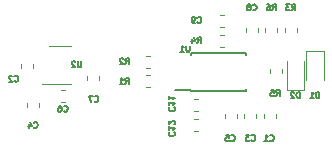
<source format=gbo>
G04 #@! TF.GenerationSoftware,KiCad,Pcbnew,(5.1.0-47-g8a7e501fe)*
G04 #@! TF.CreationDate,2019-04-01T01:15:26-05:00*
G04 #@! TF.ProjectId,usb_c_wien_bridge,7573625f-635f-4776-9965-6e5f62726964,0.1a*
G04 #@! TF.SameCoordinates,Original*
G04 #@! TF.FileFunction,Legend,Bot*
G04 #@! TF.FilePolarity,Positive*
%FSLAX46Y46*%
G04 Gerber Fmt 4.6, Leading zero omitted, Abs format (unit mm)*
G04 Created by KiCad (PCBNEW (5.1.0-47-g8a7e501fe)) date 2019-04-01 01:15:26*
%MOMM*%
%LPD*%
G04 APERTURE LIST*
%ADD10C,0.120000*%
%ADD11C,0.150000*%
%ADD12C,0.127000*%
G04 APERTURE END LIST*
D10*
X149481000Y-99396733D02*
X149481000Y-99739267D01*
X148461000Y-99396733D02*
X148461000Y-99739267D01*
X127887000Y-95562267D02*
X127887000Y-95219733D01*
X128907000Y-95562267D02*
X128907000Y-95219733D01*
X147830000Y-99396733D02*
X147830000Y-99739267D01*
X146810000Y-99396733D02*
X146810000Y-99739267D01*
X129415000Y-98516221D02*
X129415000Y-98841779D01*
X128395000Y-98516221D02*
X128395000Y-98841779D01*
X146179000Y-99396733D02*
X146179000Y-99739267D01*
X145159000Y-99396733D02*
X145159000Y-99739267D01*
X131616267Y-98427000D02*
X131273733Y-98427000D01*
X131616267Y-97407000D02*
X131273733Y-97407000D01*
X133475000Y-96581279D02*
X133475000Y-96255721D01*
X134495000Y-96581279D02*
X134495000Y-96255721D01*
X147957000Y-92157733D02*
X147957000Y-92500267D01*
X146937000Y-92157733D02*
X146937000Y-92500267D01*
X144735733Y-91057000D02*
X145078267Y-91057000D01*
X144735733Y-92077000D02*
X145078267Y-92077000D01*
X142576733Y-98169000D02*
X142919267Y-98169000D01*
X142576733Y-99189000D02*
X142919267Y-99189000D01*
X142576733Y-99820000D02*
X142919267Y-99820000D01*
X142576733Y-100840000D02*
X142919267Y-100840000D01*
X153516000Y-94098000D02*
X153516000Y-96558000D01*
X152046000Y-94098000D02*
X153516000Y-94098000D01*
X152046000Y-96558000D02*
X152046000Y-94098000D01*
X150395000Y-97418000D02*
X150395000Y-94958000D01*
X151865000Y-97418000D02*
X150395000Y-97418000D01*
X151865000Y-94958000D02*
X151865000Y-97418000D01*
X138512733Y-96137000D02*
X138855267Y-96137000D01*
X138512733Y-97157000D02*
X138855267Y-97157000D01*
X138855267Y-95506000D02*
X138512733Y-95506000D01*
X138855267Y-94486000D02*
X138512733Y-94486000D01*
X150239000Y-92500267D02*
X150239000Y-92157733D01*
X151259000Y-92500267D02*
X151259000Y-92157733D01*
X145078267Y-93728000D02*
X144735733Y-93728000D01*
X145078267Y-92708000D02*
X144735733Y-92708000D01*
X148969000Y-95929267D02*
X148969000Y-95586733D01*
X149989000Y-95929267D02*
X149989000Y-95586733D01*
X148588000Y-92500267D02*
X148588000Y-92157733D01*
X149608000Y-92500267D02*
X149608000Y-92157733D01*
D11*
X142328000Y-97410000D02*
X140978000Y-97410000D01*
X142328000Y-94260000D02*
X146978000Y-94260000D01*
X142328000Y-97510000D02*
X146978000Y-97510000D01*
X142328000Y-94260000D02*
X142328000Y-94460000D01*
X146978000Y-94260000D02*
X146978000Y-94460000D01*
X146978000Y-97510000D02*
X146978000Y-97310000D01*
X142328000Y-97510000D02*
X142328000Y-97410000D01*
D10*
X132091000Y-96860000D02*
X129641000Y-96860000D01*
X130291000Y-93640000D02*
X132091000Y-93640000D01*
D12*
X148992166Y-101654428D02*
X149016357Y-101678619D01*
X149088928Y-101702809D01*
X149137309Y-101702809D01*
X149209880Y-101678619D01*
X149258261Y-101630238D01*
X149282452Y-101581857D01*
X149306642Y-101485095D01*
X149306642Y-101412523D01*
X149282452Y-101315761D01*
X149258261Y-101267380D01*
X149209880Y-101219000D01*
X149137309Y-101194809D01*
X149088928Y-101194809D01*
X149016357Y-101219000D01*
X148992166Y-101243190D01*
X148508357Y-101702809D02*
X148798642Y-101702809D01*
X148653500Y-101702809D02*
X148653500Y-101194809D01*
X148701880Y-101267380D01*
X148750261Y-101315761D01*
X148798642Y-101339952D01*
X127338666Y-96637928D02*
X127362857Y-96662119D01*
X127435428Y-96686309D01*
X127483809Y-96686309D01*
X127556380Y-96662119D01*
X127604761Y-96613738D01*
X127628952Y-96565357D01*
X127653142Y-96468595D01*
X127653142Y-96396023D01*
X127628952Y-96299261D01*
X127604761Y-96250880D01*
X127556380Y-96202500D01*
X127483809Y-96178309D01*
X127435428Y-96178309D01*
X127362857Y-96202500D01*
X127338666Y-96226690D01*
X127145142Y-96226690D02*
X127120952Y-96202500D01*
X127072571Y-96178309D01*
X126951619Y-96178309D01*
X126903238Y-96202500D01*
X126879047Y-96226690D01*
X126854857Y-96275071D01*
X126854857Y-96323452D01*
X126879047Y-96396023D01*
X127169333Y-96686309D01*
X126854857Y-96686309D01*
X147404666Y-101654428D02*
X147428857Y-101678619D01*
X147501428Y-101702809D01*
X147549809Y-101702809D01*
X147622380Y-101678619D01*
X147670761Y-101630238D01*
X147694952Y-101581857D01*
X147719142Y-101485095D01*
X147719142Y-101412523D01*
X147694952Y-101315761D01*
X147670761Y-101267380D01*
X147622380Y-101219000D01*
X147549809Y-101194809D01*
X147501428Y-101194809D01*
X147428857Y-101219000D01*
X147404666Y-101243190D01*
X147235333Y-101194809D02*
X146920857Y-101194809D01*
X147090190Y-101388333D01*
X147017619Y-101388333D01*
X146969238Y-101412523D01*
X146945047Y-101436714D01*
X146920857Y-101485095D01*
X146920857Y-101606047D01*
X146945047Y-101654428D01*
X146969238Y-101678619D01*
X147017619Y-101702809D01*
X147162761Y-101702809D01*
X147211142Y-101678619D01*
X147235333Y-101654428D01*
X128989666Y-100574928D02*
X129013857Y-100599119D01*
X129086428Y-100623309D01*
X129134809Y-100623309D01*
X129207380Y-100599119D01*
X129255761Y-100550738D01*
X129279952Y-100502357D01*
X129304142Y-100405595D01*
X129304142Y-100333023D01*
X129279952Y-100236261D01*
X129255761Y-100187880D01*
X129207380Y-100139500D01*
X129134809Y-100115309D01*
X129086428Y-100115309D01*
X129013857Y-100139500D01*
X128989666Y-100163690D01*
X128554238Y-100284642D02*
X128554238Y-100623309D01*
X128675190Y-100091119D02*
X128796142Y-100453976D01*
X128481666Y-100453976D01*
X145690166Y-101654428D02*
X145714357Y-101678619D01*
X145786928Y-101702809D01*
X145835309Y-101702809D01*
X145907880Y-101678619D01*
X145956261Y-101630238D01*
X145980452Y-101581857D01*
X146004642Y-101485095D01*
X146004642Y-101412523D01*
X145980452Y-101315761D01*
X145956261Y-101267380D01*
X145907880Y-101219000D01*
X145835309Y-101194809D01*
X145786928Y-101194809D01*
X145714357Y-101219000D01*
X145690166Y-101243190D01*
X145230547Y-101194809D02*
X145472452Y-101194809D01*
X145496642Y-101436714D01*
X145472452Y-101412523D01*
X145424071Y-101388333D01*
X145303119Y-101388333D01*
X145254738Y-101412523D01*
X145230547Y-101436714D01*
X145206357Y-101485095D01*
X145206357Y-101606047D01*
X145230547Y-101654428D01*
X145254738Y-101678619D01*
X145303119Y-101702809D01*
X145424071Y-101702809D01*
X145472452Y-101678619D01*
X145496642Y-101654428D01*
X131529666Y-99177928D02*
X131553857Y-99202119D01*
X131626428Y-99226309D01*
X131674809Y-99226309D01*
X131747380Y-99202119D01*
X131795761Y-99153738D01*
X131819952Y-99105357D01*
X131844142Y-99008595D01*
X131844142Y-98936023D01*
X131819952Y-98839261D01*
X131795761Y-98790880D01*
X131747380Y-98742500D01*
X131674809Y-98718309D01*
X131626428Y-98718309D01*
X131553857Y-98742500D01*
X131529666Y-98766690D01*
X131094238Y-98718309D02*
X131191000Y-98718309D01*
X131239380Y-98742500D01*
X131263571Y-98766690D01*
X131311952Y-98839261D01*
X131336142Y-98936023D01*
X131336142Y-99129547D01*
X131311952Y-99177928D01*
X131287761Y-99202119D01*
X131239380Y-99226309D01*
X131142619Y-99226309D01*
X131094238Y-99202119D01*
X131070047Y-99177928D01*
X131045857Y-99129547D01*
X131045857Y-99008595D01*
X131070047Y-98960214D01*
X131094238Y-98936023D01*
X131142619Y-98911833D01*
X131239380Y-98911833D01*
X131287761Y-98936023D01*
X131311952Y-98960214D01*
X131336142Y-99008595D01*
X134133166Y-98352428D02*
X134157357Y-98376619D01*
X134229928Y-98400809D01*
X134278309Y-98400809D01*
X134350880Y-98376619D01*
X134399261Y-98328238D01*
X134423452Y-98279857D01*
X134447642Y-98183095D01*
X134447642Y-98110523D01*
X134423452Y-98013761D01*
X134399261Y-97965380D01*
X134350880Y-97917000D01*
X134278309Y-97892809D01*
X134229928Y-97892809D01*
X134157357Y-97917000D01*
X134133166Y-97941190D01*
X133963833Y-97892809D02*
X133625166Y-97892809D01*
X133842880Y-98400809D01*
X147531666Y-90605428D02*
X147555857Y-90629619D01*
X147628428Y-90653809D01*
X147676809Y-90653809D01*
X147749380Y-90629619D01*
X147797761Y-90581238D01*
X147821952Y-90532857D01*
X147846142Y-90436095D01*
X147846142Y-90363523D01*
X147821952Y-90266761D01*
X147797761Y-90218380D01*
X147749380Y-90170000D01*
X147676809Y-90145809D01*
X147628428Y-90145809D01*
X147555857Y-90170000D01*
X147531666Y-90194190D01*
X147241380Y-90363523D02*
X147289761Y-90339333D01*
X147313952Y-90315142D01*
X147338142Y-90266761D01*
X147338142Y-90242571D01*
X147313952Y-90194190D01*
X147289761Y-90170000D01*
X147241380Y-90145809D01*
X147144619Y-90145809D01*
X147096238Y-90170000D01*
X147072047Y-90194190D01*
X147047857Y-90242571D01*
X147047857Y-90266761D01*
X147072047Y-90315142D01*
X147096238Y-90339333D01*
X147144619Y-90363523D01*
X147241380Y-90363523D01*
X147289761Y-90387714D01*
X147313952Y-90411904D01*
X147338142Y-90460285D01*
X147338142Y-90557047D01*
X147313952Y-90605428D01*
X147289761Y-90629619D01*
X147241380Y-90653809D01*
X147144619Y-90653809D01*
X147096238Y-90629619D01*
X147072047Y-90605428D01*
X147047857Y-90557047D01*
X147047857Y-90460285D01*
X147072047Y-90411904D01*
X147096238Y-90387714D01*
X147144619Y-90363523D01*
X142832666Y-91684928D02*
X142856857Y-91709119D01*
X142929428Y-91733309D01*
X142977809Y-91733309D01*
X143050380Y-91709119D01*
X143098761Y-91660738D01*
X143122952Y-91612357D01*
X143147142Y-91515595D01*
X143147142Y-91443023D01*
X143122952Y-91346261D01*
X143098761Y-91297880D01*
X143050380Y-91249500D01*
X142977809Y-91225309D01*
X142929428Y-91225309D01*
X142856857Y-91249500D01*
X142832666Y-91273690D01*
X142590761Y-91733309D02*
X142494000Y-91733309D01*
X142445619Y-91709119D01*
X142421428Y-91684928D01*
X142373047Y-91612357D01*
X142348857Y-91515595D01*
X142348857Y-91322071D01*
X142373047Y-91273690D01*
X142397238Y-91249500D01*
X142445619Y-91225309D01*
X142542380Y-91225309D01*
X142590761Y-91249500D01*
X142614952Y-91273690D01*
X142639142Y-91322071D01*
X142639142Y-91443023D01*
X142614952Y-91491404D01*
X142590761Y-91515595D01*
X142542380Y-91539785D01*
X142445619Y-91539785D01*
X142397238Y-91515595D01*
X142373047Y-91491404D01*
X142348857Y-91443023D01*
X140471071Y-98878571D02*
X140446880Y-98902761D01*
X140422690Y-98975333D01*
X140422690Y-99023714D01*
X140446880Y-99096285D01*
X140495261Y-99144666D01*
X140543642Y-99168857D01*
X140640404Y-99193047D01*
X140712976Y-99193047D01*
X140809738Y-99168857D01*
X140858119Y-99144666D01*
X140906500Y-99096285D01*
X140930690Y-99023714D01*
X140930690Y-98975333D01*
X140906500Y-98902761D01*
X140882309Y-98878571D01*
X140422690Y-98394761D02*
X140422690Y-98685047D01*
X140422690Y-98539904D02*
X140930690Y-98539904D01*
X140858119Y-98588285D01*
X140809738Y-98636666D01*
X140785547Y-98685047D01*
X140422690Y-97910952D02*
X140422690Y-98201238D01*
X140422690Y-98056095D02*
X140930690Y-98056095D01*
X140858119Y-98104476D01*
X140809738Y-98152857D01*
X140785547Y-98201238D01*
X140471071Y-100974071D02*
X140446880Y-100998261D01*
X140422690Y-101070833D01*
X140422690Y-101119214D01*
X140446880Y-101191785D01*
X140495261Y-101240166D01*
X140543642Y-101264357D01*
X140640404Y-101288547D01*
X140712976Y-101288547D01*
X140809738Y-101264357D01*
X140858119Y-101240166D01*
X140906500Y-101191785D01*
X140930690Y-101119214D01*
X140930690Y-101070833D01*
X140906500Y-100998261D01*
X140882309Y-100974071D01*
X140422690Y-100490261D02*
X140422690Y-100780547D01*
X140422690Y-100635404D02*
X140930690Y-100635404D01*
X140858119Y-100683785D01*
X140809738Y-100732166D01*
X140785547Y-100780547D01*
X140882309Y-100296738D02*
X140906500Y-100272547D01*
X140930690Y-100224166D01*
X140930690Y-100103214D01*
X140906500Y-100054833D01*
X140882309Y-100030642D01*
X140833928Y-100006452D01*
X140785547Y-100006452D01*
X140712976Y-100030642D01*
X140422690Y-100320928D01*
X140422690Y-100006452D01*
X153155952Y-98083309D02*
X153155952Y-97575309D01*
X153035000Y-97575309D01*
X152962428Y-97599500D01*
X152914047Y-97647880D01*
X152889857Y-97696261D01*
X152865666Y-97793023D01*
X152865666Y-97865595D01*
X152889857Y-97962357D01*
X152914047Y-98010738D01*
X152962428Y-98059119D01*
X153035000Y-98083309D01*
X153155952Y-98083309D01*
X152381857Y-98083309D02*
X152672142Y-98083309D01*
X152527000Y-98083309D02*
X152527000Y-97575309D01*
X152575380Y-97647880D01*
X152623761Y-97696261D01*
X152672142Y-97720452D01*
X151504952Y-98083309D02*
X151504952Y-97575309D01*
X151384000Y-97575309D01*
X151311428Y-97599500D01*
X151263047Y-97647880D01*
X151238857Y-97696261D01*
X151214666Y-97793023D01*
X151214666Y-97865595D01*
X151238857Y-97962357D01*
X151263047Y-98010738D01*
X151311428Y-98059119D01*
X151384000Y-98083309D01*
X151504952Y-98083309D01*
X151021142Y-97623690D02*
X150996952Y-97599500D01*
X150948571Y-97575309D01*
X150827619Y-97575309D01*
X150779238Y-97599500D01*
X150755047Y-97623690D01*
X150730857Y-97672071D01*
X150730857Y-97720452D01*
X150755047Y-97793023D01*
X151045333Y-98083309D01*
X150730857Y-98083309D01*
X136736666Y-96876809D02*
X136906000Y-96634904D01*
X137026952Y-96876809D02*
X137026952Y-96368809D01*
X136833428Y-96368809D01*
X136785047Y-96393000D01*
X136760857Y-96417190D01*
X136736666Y-96465571D01*
X136736666Y-96538142D01*
X136760857Y-96586523D01*
X136785047Y-96610714D01*
X136833428Y-96634904D01*
X137026952Y-96634904D01*
X136252857Y-96876809D02*
X136543142Y-96876809D01*
X136398000Y-96876809D02*
X136398000Y-96368809D01*
X136446380Y-96441380D01*
X136494761Y-96489761D01*
X136543142Y-96513952D01*
X136736666Y-95225809D02*
X136906000Y-94983904D01*
X137026952Y-95225809D02*
X137026952Y-94717809D01*
X136833428Y-94717809D01*
X136785047Y-94742000D01*
X136760857Y-94766190D01*
X136736666Y-94814571D01*
X136736666Y-94887142D01*
X136760857Y-94935523D01*
X136785047Y-94959714D01*
X136833428Y-94983904D01*
X137026952Y-94983904D01*
X136543142Y-94766190D02*
X136518952Y-94742000D01*
X136470571Y-94717809D01*
X136349619Y-94717809D01*
X136301238Y-94742000D01*
X136277047Y-94766190D01*
X136252857Y-94814571D01*
X136252857Y-94862952D01*
X136277047Y-94935523D01*
X136567333Y-95225809D01*
X136252857Y-95225809D01*
X150833666Y-90653809D02*
X151003000Y-90411904D01*
X151123952Y-90653809D02*
X151123952Y-90145809D01*
X150930428Y-90145809D01*
X150882047Y-90170000D01*
X150857857Y-90194190D01*
X150833666Y-90242571D01*
X150833666Y-90315142D01*
X150857857Y-90363523D01*
X150882047Y-90387714D01*
X150930428Y-90411904D01*
X151123952Y-90411904D01*
X150664333Y-90145809D02*
X150349857Y-90145809D01*
X150519190Y-90339333D01*
X150446619Y-90339333D01*
X150398238Y-90363523D01*
X150374047Y-90387714D01*
X150349857Y-90436095D01*
X150349857Y-90557047D01*
X150374047Y-90605428D01*
X150398238Y-90629619D01*
X150446619Y-90653809D01*
X150591761Y-90653809D01*
X150640142Y-90629619D01*
X150664333Y-90605428D01*
X142832666Y-93447809D02*
X143002000Y-93205904D01*
X143122952Y-93447809D02*
X143122952Y-92939809D01*
X142929428Y-92939809D01*
X142881047Y-92964000D01*
X142856857Y-92988190D01*
X142832666Y-93036571D01*
X142832666Y-93109142D01*
X142856857Y-93157523D01*
X142881047Y-93181714D01*
X142929428Y-93205904D01*
X143122952Y-93205904D01*
X142397238Y-93109142D02*
X142397238Y-93447809D01*
X142518190Y-92915619D02*
X142639142Y-93278476D01*
X142324666Y-93278476D01*
X149500166Y-97892809D02*
X149669500Y-97650904D01*
X149790452Y-97892809D02*
X149790452Y-97384809D01*
X149596928Y-97384809D01*
X149548547Y-97409000D01*
X149524357Y-97433190D01*
X149500166Y-97481571D01*
X149500166Y-97554142D01*
X149524357Y-97602523D01*
X149548547Y-97626714D01*
X149596928Y-97650904D01*
X149790452Y-97650904D01*
X149040547Y-97384809D02*
X149282452Y-97384809D01*
X149306642Y-97626714D01*
X149282452Y-97602523D01*
X149234071Y-97578333D01*
X149113119Y-97578333D01*
X149064738Y-97602523D01*
X149040547Y-97626714D01*
X149016357Y-97675095D01*
X149016357Y-97796047D01*
X149040547Y-97844428D01*
X149064738Y-97868619D01*
X149113119Y-97892809D01*
X149234071Y-97892809D01*
X149282452Y-97868619D01*
X149306642Y-97844428D01*
X149182666Y-90653809D02*
X149352000Y-90411904D01*
X149472952Y-90653809D02*
X149472952Y-90145809D01*
X149279428Y-90145809D01*
X149231047Y-90170000D01*
X149206857Y-90194190D01*
X149182666Y-90242571D01*
X149182666Y-90315142D01*
X149206857Y-90363523D01*
X149231047Y-90387714D01*
X149279428Y-90411904D01*
X149472952Y-90411904D01*
X148747238Y-90145809D02*
X148844000Y-90145809D01*
X148892380Y-90170000D01*
X148916571Y-90194190D01*
X148964952Y-90266761D01*
X148989142Y-90363523D01*
X148989142Y-90557047D01*
X148964952Y-90605428D01*
X148940761Y-90629619D01*
X148892380Y-90653809D01*
X148795619Y-90653809D01*
X148747238Y-90629619D01*
X148723047Y-90605428D01*
X148698857Y-90557047D01*
X148698857Y-90436095D01*
X148723047Y-90387714D01*
X148747238Y-90363523D01*
X148795619Y-90339333D01*
X148892380Y-90339333D01*
X148940761Y-90363523D01*
X148964952Y-90387714D01*
X148989142Y-90436095D01*
X142182547Y-93638309D02*
X142182547Y-94049547D01*
X142158357Y-94097928D01*
X142134166Y-94122119D01*
X142085785Y-94146309D01*
X141989023Y-94146309D01*
X141940642Y-94122119D01*
X141916452Y-94097928D01*
X141892261Y-94049547D01*
X141892261Y-93638309D01*
X141384261Y-94146309D02*
X141674547Y-94146309D01*
X141529404Y-94146309D02*
X141529404Y-93638309D01*
X141577785Y-93710880D01*
X141626166Y-93759261D01*
X141674547Y-93783452D01*
X132975047Y-94971809D02*
X132975047Y-95383047D01*
X132950857Y-95431428D01*
X132926666Y-95455619D01*
X132878285Y-95479809D01*
X132781523Y-95479809D01*
X132733142Y-95455619D01*
X132708952Y-95431428D01*
X132684761Y-95383047D01*
X132684761Y-94971809D01*
X132467047Y-95020190D02*
X132442857Y-94996000D01*
X132394476Y-94971809D01*
X132273523Y-94971809D01*
X132225142Y-94996000D01*
X132200952Y-95020190D01*
X132176761Y-95068571D01*
X132176761Y-95116952D01*
X132200952Y-95189523D01*
X132491238Y-95479809D01*
X132176761Y-95479809D01*
M02*

</source>
